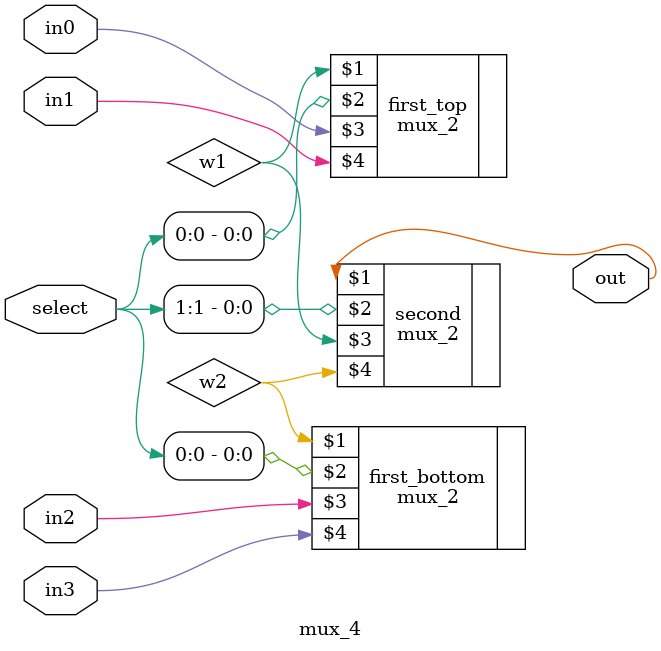
<source format=v>
module mux_4(out, select, in0, in1, in2, in3);
	input [1:0] select;
	input in0, in1, in2, in3;
	output out;
	wire w1, w2;

	mux_2 first_top(w1, select[0], in0, in1);
	mux_2 first_bottom(w2, select[0], in2, in3);
	mux_2 second(out, select[1], w1, w2);

endmodule

</source>
